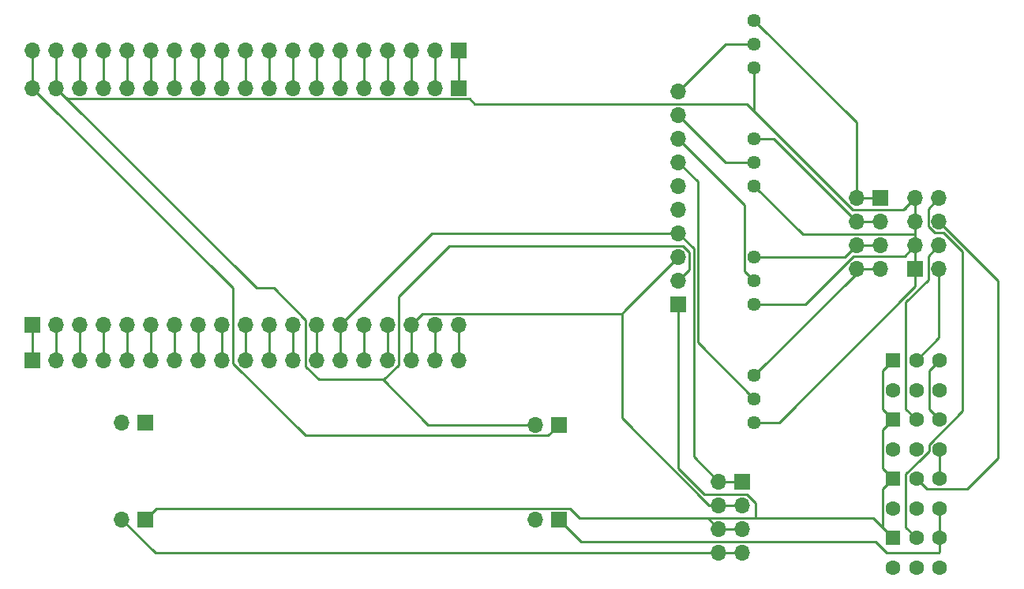
<source format=gbr>
%TF.GenerationSoftware,KiCad,Pcbnew,7.0.2*%
%TF.CreationDate,2023-05-18T09:18:09-03:00*%
%TF.ProjectId,placaSensIC075,706c6163-6153-4656-9e73-49433037352e,rev?*%
%TF.SameCoordinates,Original*%
%TF.FileFunction,Copper,L2,Bot*%
%TF.FilePolarity,Positive*%
%FSLAX46Y46*%
G04 Gerber Fmt 4.6, Leading zero omitted, Abs format (unit mm)*
G04 Created by KiCad (PCBNEW 7.0.2) date 2023-05-18 09:18:09*
%MOMM*%
%LPD*%
G01*
G04 APERTURE LIST*
%TA.AperFunction,ComponentPad*%
%ADD10R,1.700000X1.700000*%
%TD*%
%TA.AperFunction,ComponentPad*%
%ADD11O,1.700000X1.700000*%
%TD*%
%TA.AperFunction,ComponentPad*%
%ADD12R,1.600000X1.600000*%
%TD*%
%TA.AperFunction,ComponentPad*%
%ADD13C,1.600000*%
%TD*%
%TA.AperFunction,ComponentPad*%
%ADD14C,1.440000*%
%TD*%
%TA.AperFunction,Conductor*%
%ADD15C,0.250000*%
%TD*%
G04 APERTURE END LIST*
D10*
%TO.P,J12,1,Pin_1*%
%TO.N,Net-(J12-Pin_1)*%
X90750000Y-92370000D03*
D11*
%TO.P,J12,2,Pin_2*%
%TO.N,Net-(J12-Pin_2)*%
X93290000Y-92370000D03*
%TO.P,J12,3,Pin_3*%
%TO.N,Net-(J12-Pin_3)*%
X95830000Y-92370000D03*
%TO.P,J12,4,Pin_4*%
%TO.N,Net-(J12-Pin_4)*%
X98370000Y-92370000D03*
%TO.P,J12,5,Pin_5*%
%TO.N,Net-(J12-Pin_5)*%
X100910000Y-92370000D03*
%TO.P,J12,6,Pin_6*%
%TO.N,Net-(J12-Pin_6)*%
X103450000Y-92370000D03*
%TO.P,J12,7,Pin_7*%
%TO.N,Net-(J12-Pin_7)*%
X105990000Y-92370000D03*
%TO.P,J12,8,Pin_8*%
%TO.N,Net-(J12-Pin_8)*%
X108530000Y-92370000D03*
%TO.P,J12,9,Pin_9*%
%TO.N,Net-(J12-Pin_9)*%
X111070000Y-92370000D03*
%TO.P,J12,10,Pin_10*%
%TO.N,Net-(J12-Pin_10)*%
X113610000Y-92370000D03*
%TO.P,J12,11,Pin_11*%
%TO.N,Net-(J12-Pin_11)*%
X116150000Y-92370000D03*
%TO.P,J12,12,Pin_12*%
%TO.N,Net-(J12-Pin_12)*%
X118690000Y-92370000D03*
%TO.P,J12,13,Pin_13*%
%TO.N,Net-(J12-Pin_13)*%
X121230000Y-92370000D03*
%TO.P,J12,14,Pin_14*%
%TO.N,Net-(J10-Pin_1)*%
X123770000Y-92370000D03*
%TO.P,J12,15,Pin_15*%
%TO.N,Net-(J12-Pin_15)*%
X126310000Y-92370000D03*
%TO.P,J12,16,Pin_16*%
%TO.N,Net-(J12-Pin_16)*%
X128850000Y-92370000D03*
%TO.P,J12,17,Pin_17*%
%TO.N,Net-(J10-Pin_3)*%
X131390000Y-92370000D03*
%TO.P,J12,18,Pin_18*%
%TO.N,Net-(J12-Pin_18)*%
X133930000Y-92370000D03*
%TO.P,J12,19,Pin_19*%
%TO.N,Net-(J12-Pin_19)*%
X136470000Y-92370000D03*
%TD*%
D10*
%TO.P,J3,1,Pin_1*%
%TO.N,Net-(J10-Pin_7)*%
X185420000Y-82550000D03*
D11*
%TO.P,J3,2,Pin_2*%
%TO.N,Net-(J3-Pin_2)*%
X187960000Y-82550000D03*
%TO.P,J3,3,Pin_3*%
%TO.N,Net-(J10-Pin_7)*%
X185420000Y-80010000D03*
%TO.P,J3,4,Pin_4*%
%TO.N,Net-(J3-Pin_4)*%
X187960000Y-80010000D03*
%TO.P,J3,5,Pin_5*%
%TO.N,Net-(J10-Pin_7)*%
X185420000Y-77470000D03*
%TO.P,J3,6,Pin_6*%
%TO.N,Net-(J3-Pin_6)*%
X187960000Y-77470000D03*
%TO.P,J3,7,Pin_7*%
%TO.N,Net-(J10-Pin_7)*%
X185420000Y-74930000D03*
%TO.P,J3,8,Pin_8*%
%TO.N,Net-(J3-Pin_8)*%
X187960000Y-74930000D03*
%TD*%
D10*
%TO.P,J6,1,Pin_1*%
%TO.N,unconnected-(J6-Pin_1-Pad1)*%
X102870000Y-99060000D03*
D11*
%TO.P,J6,2,Pin_2*%
%TO.N,Net-(J10-Pin_7)*%
X100330000Y-99060000D03*
%TD*%
D12*
%TO.P,SW1,1,A*%
%TO.N,Net-(J10-Pin_5)*%
X183012500Y-92380000D03*
D13*
%TO.P,SW1,2,B*%
%TO.N,Net-(J3-Pin_2)*%
X185512500Y-92380000D03*
%TO.P,SW1,3,C*%
%TO.N,Net-(J9-Pin_1)*%
X188012500Y-92380000D03*
%TO.P,SW1,4*%
%TO.N,N/C*%
X183012500Y-95580000D03*
%TO.P,SW1,5*%
X185512500Y-95580000D03*
%TO.P,SW1,6*%
X188012500Y-95580000D03*
%TD*%
D10*
%TO.P,J4,1,Pin_1*%
%TO.N,Net-(J11-Pin_1)*%
X136450000Y-63140000D03*
D11*
%TO.P,J4,2,Pin_2*%
%TO.N,Net-(J11-Pin_2)*%
X133910000Y-63140000D03*
%TO.P,J4,3,Pin_3*%
%TO.N,Net-(J11-Pin_3)*%
X131370000Y-63140000D03*
%TO.P,J4,4,Pin_4*%
%TO.N,Net-(J11-Pin_4)*%
X128830000Y-63140000D03*
%TO.P,J4,5,Pin_5*%
%TO.N,Net-(J11-Pin_5)*%
X126290000Y-63140000D03*
%TO.P,J4,6,Pin_6*%
%TO.N,Net-(J11-Pin_6)*%
X123750000Y-63140000D03*
%TO.P,J4,7,Pin_7*%
%TO.N,Net-(J11-Pin_7)*%
X121210000Y-63140000D03*
%TO.P,J4,8,Pin_8*%
%TO.N,Net-(J11-Pin_8)*%
X118670000Y-63140000D03*
%TO.P,J4,9,Pin_9*%
%TO.N,Net-(J11-Pin_9)*%
X116130000Y-63140000D03*
%TO.P,J4,10,Pin_10*%
%TO.N,Net-(J11-Pin_10)*%
X113590000Y-63140000D03*
%TO.P,J4,11,Pin_11*%
%TO.N,Net-(J11-Pin_11)*%
X111050000Y-63140000D03*
%TO.P,J4,12,Pin_12*%
%TO.N,Net-(J11-Pin_12)*%
X108510000Y-63140000D03*
%TO.P,J4,13,Pin_13*%
%TO.N,Net-(J11-Pin_13)*%
X105970000Y-63140000D03*
%TO.P,J4,14,Pin_14*%
%TO.N,Net-(J11-Pin_14)*%
X103430000Y-63140000D03*
%TO.P,J4,15,Pin_15*%
%TO.N,Net-(J11-Pin_15)*%
X100890000Y-63140000D03*
%TO.P,J4,16,Pin_16*%
%TO.N,Net-(J11-Pin_16)*%
X98350000Y-63140000D03*
%TO.P,J4,17,Pin_17*%
%TO.N,Net-(J11-Pin_17)*%
X95810000Y-63140000D03*
%TO.P,J4,18,Pin_18*%
%TO.N,Net-(J10-Pin_7)*%
X93270000Y-63140000D03*
%TO.P,J4,19,Pin_19*%
%TO.N,Net-(J11-Pin_19)*%
X90730000Y-63140000D03*
%TD*%
D14*
%TO.P,RV4,1,1*%
%TO.N,Net-(J1-Pin_1)*%
X168148000Y-55880000D03*
%TO.P,RV4,2,2*%
%TO.N,Net-(J2-Pin_10)*%
X168148000Y-58420000D03*
%TO.P,RV4,3,3*%
%TO.N,Net-(J10-Pin_7)*%
X168148000Y-60960000D03*
%TD*%
D12*
%TO.P,SW4,1,A*%
%TO.N,Net-(J10-Pin_5)*%
X183012500Y-111430000D03*
D13*
%TO.P,SW4,2,B*%
%TO.N,Net-(J3-Pin_8)*%
X185512500Y-111430000D03*
%TO.P,SW4,3,C*%
%TO.N,Net-(J9-Pin_1)*%
X188012500Y-111430000D03*
%TO.P,SW4,4*%
%TO.N,N/C*%
X183012500Y-114630000D03*
%TO.P,SW4,5*%
X185512500Y-114630000D03*
%TO.P,SW4,6,C*%
%TO.N,Net-(J9-Pin_1)*%
X188012500Y-114630000D03*
%TD*%
D10*
%TO.P,J10,1,Pin_1*%
%TO.N,Net-(J10-Pin_1)*%
X166878000Y-105410000D03*
D11*
%TO.P,J10,2,Pin_2*%
X164338000Y-105410000D03*
%TO.P,J10,3,Pin_3*%
%TO.N,Net-(J10-Pin_3)*%
X166878000Y-107950000D03*
%TO.P,J10,4,Pin_4*%
X164338000Y-107950000D03*
%TO.P,J10,5,Pin_5*%
%TO.N,Net-(J10-Pin_5)*%
X166878000Y-110490000D03*
%TO.P,J10,6,Pin_6*%
X164338000Y-110490000D03*
%TO.P,J10,7,Pin_7*%
%TO.N,Net-(J10-Pin_7)*%
X166878000Y-113030000D03*
%TO.P,J10,8,Pin_8*%
X164338000Y-113030000D03*
%TD*%
D12*
%TO.P,SW3,1,A*%
%TO.N,Net-(J10-Pin_5)*%
X183012500Y-105080000D03*
D13*
%TO.P,SW3,2,B*%
%TO.N,Net-(J3-Pin_6)*%
X185512500Y-105080000D03*
%TO.P,SW3,3,C*%
%TO.N,Net-(J9-Pin_1)*%
X188012500Y-105080000D03*
%TO.P,SW3,4*%
%TO.N,N/C*%
X183012500Y-108280000D03*
%TO.P,SW3,5*%
X185512500Y-108280000D03*
%TO.P,SW3,6,C*%
%TO.N,Net-(J9-Pin_1)*%
X188012500Y-108280000D03*
%TD*%
D10*
%TO.P,J9,1,Pin_1*%
%TO.N,Net-(J9-Pin_1)*%
X147193000Y-109449000D03*
D11*
%TO.P,J9,2,Pin_2*%
%TO.N,Net-(J10-Pin_7)*%
X144653000Y-109449000D03*
%TD*%
D14*
%TO.P,RV3,1,1*%
%TO.N,Net-(J1-Pin_7)*%
X168148000Y-93980000D03*
%TO.P,RV3,2,2*%
%TO.N,Net-(J2-Pin_7)*%
X168148000Y-96520000D03*
%TO.P,RV3,3,3*%
%TO.N,Net-(J10-Pin_7)*%
X168148000Y-99060000D03*
%TD*%
%TO.P,RV1,1,1*%
%TO.N,Net-(J1-Pin_3)*%
X168148000Y-68580000D03*
%TO.P,RV1,2,2*%
%TO.N,Net-(J2-Pin_9)*%
X168148000Y-71120000D03*
%TO.P,RV1,3,3*%
%TO.N,Net-(J10-Pin_7)*%
X168148000Y-73660000D03*
%TD*%
D12*
%TO.P,SW2,1,A*%
%TO.N,Net-(J10-Pin_5)*%
X183012500Y-98730000D03*
D13*
%TO.P,SW2,2,B*%
%TO.N,Net-(J3-Pin_4)*%
X185512500Y-98730000D03*
%TO.P,SW2,3,C*%
%TO.N,Net-(J9-Pin_1)*%
X188012500Y-98730000D03*
%TO.P,SW2,4*%
%TO.N,N/C*%
X183012500Y-101930000D03*
%TO.P,SW2,5*%
X185512500Y-101930000D03*
%TO.P,SW2,6,C*%
%TO.N,Net-(J9-Pin_1)*%
X188012500Y-101930000D03*
%TD*%
D10*
%TO.P,J2,1,Pin_1*%
%TO.N,Net-(J10-Pin_5)*%
X160020000Y-86360000D03*
D11*
%TO.P,J2,2,Pin_2*%
%TO.N,Net-(J10-Pin_7)*%
X160020000Y-83820000D03*
%TO.P,J2,3,Pin_3*%
%TO.N,Net-(J10-Pin_3)*%
X160020000Y-81280000D03*
%TO.P,J2,4,Pin_4*%
%TO.N,Net-(J10-Pin_1)*%
X160020000Y-78740000D03*
%TO.P,J2,5,Pin_5*%
%TO.N,unconnected-(J2-Pin_5-Pad5)*%
X160020000Y-76200000D03*
%TO.P,J2,6,Pin_6*%
%TO.N,unconnected-(J2-Pin_6-Pad6)*%
X160020000Y-73660000D03*
%TO.P,J2,7,Pin_7*%
%TO.N,Net-(J2-Pin_7)*%
X160020000Y-71120000D03*
%TO.P,J2,8,Pin_8*%
%TO.N,Net-(J2-Pin_8)*%
X160020000Y-68580000D03*
%TO.P,J2,9,Pin_9*%
%TO.N,Net-(J2-Pin_9)*%
X160020000Y-66040000D03*
%TO.P,J2,10,Pin_10*%
%TO.N,Net-(J2-Pin_10)*%
X160020000Y-63500000D03*
%TD*%
D10*
%TO.P,J5,1,Pin_1*%
%TO.N,Net-(J12-Pin_1)*%
X90730000Y-88540000D03*
D11*
%TO.P,J5,2,Pin_2*%
%TO.N,Net-(J12-Pin_2)*%
X93270000Y-88540000D03*
%TO.P,J5,3,Pin_3*%
%TO.N,Net-(J12-Pin_3)*%
X95810000Y-88540000D03*
%TO.P,J5,4,Pin_4*%
%TO.N,Net-(J12-Pin_4)*%
X98350000Y-88540000D03*
%TO.P,J5,5,Pin_5*%
%TO.N,Net-(J12-Pin_5)*%
X100890000Y-88540000D03*
%TO.P,J5,6,Pin_6*%
%TO.N,Net-(J12-Pin_6)*%
X103430000Y-88540000D03*
%TO.P,J5,7,Pin_7*%
%TO.N,Net-(J12-Pin_7)*%
X105970000Y-88540000D03*
%TO.P,J5,8,Pin_8*%
%TO.N,Net-(J12-Pin_8)*%
X108510000Y-88540000D03*
%TO.P,J5,9,Pin_9*%
%TO.N,Net-(J12-Pin_9)*%
X111050000Y-88540000D03*
%TO.P,J5,10,Pin_10*%
%TO.N,Net-(J12-Pin_10)*%
X113590000Y-88540000D03*
%TO.P,J5,11,Pin_11*%
%TO.N,Net-(J12-Pin_11)*%
X116130000Y-88540000D03*
%TO.P,J5,12,Pin_12*%
%TO.N,Net-(J12-Pin_12)*%
X118670000Y-88540000D03*
%TO.P,J5,13,Pin_13*%
%TO.N,Net-(J12-Pin_13)*%
X121210000Y-88540000D03*
%TO.P,J5,14,Pin_14*%
%TO.N,Net-(J10-Pin_1)*%
X123750000Y-88540000D03*
%TO.P,J5,15,Pin_15*%
%TO.N,Net-(J12-Pin_15)*%
X126290000Y-88540000D03*
%TO.P,J5,16,Pin_16*%
%TO.N,Net-(J12-Pin_16)*%
X128830000Y-88540000D03*
%TO.P,J5,17,Pin_17*%
%TO.N,Net-(J10-Pin_3)*%
X131370000Y-88540000D03*
%TO.P,J5,18,Pin_18*%
%TO.N,Net-(J12-Pin_18)*%
X133910000Y-88540000D03*
%TO.P,J5,19,Pin_19*%
%TO.N,Net-(J12-Pin_19)*%
X136450000Y-88540000D03*
%TD*%
D10*
%TO.P,J8,1,Pin_1*%
%TO.N,Net-(J10-Pin_5)*%
X102870000Y-109449000D03*
D11*
%TO.P,J8,2,Pin_2*%
%TO.N,Net-(J10-Pin_7)*%
X100330000Y-109449000D03*
%TD*%
D10*
%TO.P,J1,1,Pin_1*%
%TO.N,Net-(J1-Pin_1)*%
X181630000Y-74930000D03*
D11*
%TO.P,J1,2,Pin_2*%
X179090000Y-74930000D03*
%TO.P,J1,3,Pin_3*%
%TO.N,Net-(J1-Pin_3)*%
X181630000Y-77470000D03*
%TO.P,J1,4,Pin_4*%
X179090000Y-77470000D03*
%TO.P,J1,5,Pin_5*%
%TO.N,Net-(J1-Pin_5)*%
X181630000Y-80010000D03*
%TO.P,J1,6,Pin_6*%
X179090000Y-80010000D03*
%TO.P,J1,7,Pin_7*%
%TO.N,Net-(J1-Pin_7)*%
X181630000Y-82550000D03*
%TO.P,J1,8,Pin_8*%
X179090000Y-82550000D03*
%TD*%
D14*
%TO.P,RV2,1,1*%
%TO.N,Net-(J1-Pin_5)*%
X168148000Y-81280000D03*
%TO.P,RV2,2,2*%
%TO.N,Net-(J2-Pin_8)*%
X168148000Y-83820000D03*
%TO.P,RV2,3,3*%
%TO.N,Net-(J10-Pin_7)*%
X168148000Y-86360000D03*
%TD*%
D10*
%TO.P,J7,1,Pin_1*%
%TO.N,Net-(J11-Pin_19)*%
X147193000Y-99289000D03*
D11*
%TO.P,J7,2,Pin_2*%
%TO.N,Net-(J10-Pin_7)*%
X144653000Y-99289000D03*
%TD*%
D10*
%TO.P,J11,1,Pin_1*%
%TO.N,Net-(J11-Pin_1)*%
X136440000Y-59130000D03*
D11*
%TO.P,J11,2,Pin_2*%
%TO.N,Net-(J11-Pin_2)*%
X133900000Y-59130000D03*
%TO.P,J11,3,Pin_3*%
%TO.N,Net-(J11-Pin_3)*%
X131360000Y-59130000D03*
%TO.P,J11,4,Pin_4*%
%TO.N,Net-(J11-Pin_4)*%
X128820000Y-59130000D03*
%TO.P,J11,5,Pin_5*%
%TO.N,Net-(J11-Pin_5)*%
X126280000Y-59130000D03*
%TO.P,J11,6,Pin_6*%
%TO.N,Net-(J11-Pin_6)*%
X123740000Y-59130000D03*
%TO.P,J11,7,Pin_7*%
%TO.N,Net-(J11-Pin_7)*%
X121200000Y-59130000D03*
%TO.P,J11,8,Pin_8*%
%TO.N,Net-(J11-Pin_8)*%
X118660000Y-59130000D03*
%TO.P,J11,9,Pin_9*%
%TO.N,Net-(J11-Pin_9)*%
X116120000Y-59130000D03*
%TO.P,J11,10,Pin_10*%
%TO.N,Net-(J11-Pin_10)*%
X113580000Y-59130000D03*
%TO.P,J11,11,Pin_11*%
%TO.N,Net-(J11-Pin_11)*%
X111040000Y-59130000D03*
%TO.P,J11,12,Pin_12*%
%TO.N,Net-(J11-Pin_12)*%
X108500000Y-59130000D03*
%TO.P,J11,13,Pin_13*%
%TO.N,Net-(J11-Pin_13)*%
X105960000Y-59130000D03*
%TO.P,J11,14,Pin_14*%
%TO.N,Net-(J11-Pin_14)*%
X103420000Y-59130000D03*
%TO.P,J11,15,Pin_15*%
%TO.N,Net-(J11-Pin_15)*%
X100880000Y-59130000D03*
%TO.P,J11,16,Pin_16*%
%TO.N,Net-(J11-Pin_16)*%
X98340000Y-59130000D03*
%TO.P,J11,17,Pin_17*%
%TO.N,Net-(J11-Pin_17)*%
X95800000Y-59130000D03*
%TO.P,J11,18,Pin_18*%
%TO.N,Net-(J10-Pin_7)*%
X93260000Y-59130000D03*
%TO.P,J11,19,Pin_19*%
%TO.N,Net-(J11-Pin_19)*%
X90720000Y-59130000D03*
%TD*%
D15*
%TO.N,Net-(J2-Pin_8)*%
X167103000Y-82775000D02*
X167103000Y-75663000D01*
X168148000Y-83820000D02*
X167103000Y-82775000D01*
X167103000Y-75663000D02*
X160020000Y-68580000D01*
%TO.N,Net-(J10-Pin_7)*%
X178698299Y-76200000D02*
X168148000Y-65649701D01*
X168148000Y-65540000D02*
X168148000Y-65649701D01*
X168148000Y-60960000D02*
X168148000Y-65540000D01*
X184150000Y-76200000D02*
X178698299Y-76200000D01*
%TO.N,Net-(J11-Pin_2)*%
X133900000Y-63130000D02*
X133910000Y-63140000D01*
X133900000Y-59130000D02*
X133900000Y-63130000D01*
%TO.N,Net-(J10-Pin_7)*%
X161195000Y-82645000D02*
X160020000Y-83820000D01*
X161195000Y-80793299D02*
X161195000Y-82645000D01*
X130005000Y-85513299D02*
X135413298Y-80105000D01*
X130025000Y-92856701D02*
X130025000Y-89925000D01*
X128430850Y-94450851D02*
X130025000Y-92856701D01*
X130005000Y-89905000D02*
X130005000Y-85513299D01*
X135413298Y-80105000D02*
X160506701Y-80105000D01*
X128290000Y-94450851D02*
X128430850Y-94450851D01*
X130025000Y-89925000D02*
X130005000Y-89905000D01*
X160506701Y-80105000D02*
X161195000Y-80793299D01*
%TO.N,Net-(J1-Pin_1)*%
X168148000Y-55880000D02*
X179090000Y-66822000D01*
X179090000Y-66822000D02*
X179090000Y-74930000D01*
X179090000Y-74930000D02*
X181630000Y-74930000D01*
%TO.N,Net-(J3-Pin_2)*%
X185512500Y-92380000D02*
X187960000Y-89932500D01*
X187960000Y-89932500D02*
X187960000Y-82550000D01*
%TO.N,Net-(J10-Pin_3)*%
X163311989Y-107950000D02*
X153935000Y-98573011D01*
X166878000Y-107950000D02*
X164338000Y-107950000D01*
X131390000Y-88560000D02*
X131370000Y-88540000D01*
X131370000Y-88540000D02*
X132545000Y-87365000D01*
X153260000Y-87365000D02*
X153935000Y-87365000D01*
X153935000Y-87365000D02*
X154300000Y-87000000D01*
X164338000Y-107950000D02*
X163311989Y-107950000D01*
X154300000Y-87000000D02*
X160020000Y-81280000D01*
X153935000Y-98573011D02*
X153935000Y-87365000D01*
X131390000Y-92370000D02*
X131390000Y-88560000D01*
X132545000Y-87365000D02*
X153260000Y-87365000D01*
%TO.N,Net-(J10-Pin_1)*%
X133620000Y-78740000D02*
X160020000Y-78740000D01*
X161645000Y-80365000D02*
X160020000Y-78740000D01*
X133550000Y-78740000D02*
X133620000Y-78740000D01*
X161645000Y-102717000D02*
X161645000Y-80365000D01*
X164338000Y-105410000D02*
X161645000Y-102717000D01*
X123770000Y-88560000D02*
X123750000Y-88540000D01*
X123750000Y-88540000D02*
X133550000Y-78740000D01*
X166878000Y-105410000D02*
X164338000Y-105410000D01*
X123770000Y-92370000D02*
X123770000Y-88560000D01*
%TO.N,Net-(J10-Pin_5)*%
X183012500Y-105080000D02*
X181887500Y-103955000D01*
X181887500Y-110305000D02*
X181887500Y-106205000D01*
X181887500Y-97605000D02*
X181887500Y-93505000D01*
X163830000Y-109315000D02*
X168275000Y-109315000D01*
X149409000Y-109315000D02*
X162560000Y-109315000D01*
X104045000Y-108274000D02*
X148368000Y-108274000D01*
X181887500Y-103955000D02*
X181887500Y-99855000D01*
X168275000Y-107685299D02*
X168275000Y-109315000D01*
X180897500Y-109315000D02*
X183012500Y-111430000D01*
X162560000Y-109315000D02*
X163830000Y-109315000D01*
X181887500Y-99855000D02*
X183012500Y-98730000D01*
X181887500Y-93505000D02*
X183012500Y-92380000D01*
X183012500Y-111430000D02*
X181887500Y-110305000D01*
X164338000Y-110490000D02*
X163163000Y-109315000D01*
X102870000Y-109449000D02*
X104045000Y-108274000D01*
X166878000Y-110490000D02*
X164338000Y-110490000D01*
X160020000Y-86360000D02*
X160020000Y-104022321D01*
X163163000Y-109315000D02*
X162560000Y-109315000D01*
X148368000Y-108274000D02*
X149409000Y-109315000D01*
X181887500Y-106205000D02*
X183012500Y-105080000D01*
X162772679Y-106775000D02*
X167364701Y-106775000D01*
X168275000Y-109315000D02*
X180897500Y-109315000D01*
X167364701Y-106775000D02*
X168275000Y-107685299D01*
X160020000Y-104022321D02*
X162772679Y-106775000D01*
X183012500Y-98730000D02*
X181887500Y-97605000D01*
%TO.N,Net-(J1-Pin_3)*%
X168148000Y-68580000D02*
X170200000Y-68580000D01*
X179090000Y-77470000D02*
X181630000Y-77470000D01*
X170200000Y-68580000D02*
X179090000Y-77470000D01*
%TO.N,Net-(J1-Pin_5)*%
X180292081Y-80010000D02*
X181630000Y-80010000D01*
X177820000Y-81280000D02*
X179090000Y-80010000D01*
X168148000Y-81280000D02*
X177820000Y-81280000D01*
X179090000Y-80010000D02*
X180292081Y-80010000D01*
%TO.N,Net-(J1-Pin_7)*%
X168148000Y-93980000D02*
X179090000Y-83038000D01*
X179090000Y-82550000D02*
X181630000Y-82550000D01*
X179090000Y-83038000D02*
X179090000Y-82550000D01*
%TO.N,Net-(J2-Pin_7)*%
X162094501Y-73194501D02*
X162094501Y-90466501D01*
X160020000Y-71120000D02*
X162094501Y-73194501D01*
X162094501Y-90466501D02*
X168148000Y-96520000D01*
%TO.N,Net-(J2-Pin_9)*%
X165100000Y-71120000D02*
X160020000Y-66040000D01*
X165100000Y-71120000D02*
X168148000Y-71120000D01*
%TO.N,Net-(J2-Pin_10)*%
X168148000Y-58420000D02*
X165100000Y-58420000D01*
X165100000Y-58420000D02*
X160020000Y-63500000D01*
%TO.N,Net-(J3-Pin_4)*%
X186785000Y-83725706D02*
X186785000Y-81185000D01*
X184387500Y-86123206D02*
X186785000Y-83725706D01*
X184387500Y-97605000D02*
X184387500Y-86123206D01*
X185512500Y-98730000D02*
X184387500Y-97605000D01*
X186785000Y-81185000D02*
X187960000Y-80010000D01*
%TO.N,Net-(J3-Pin_6)*%
X194310000Y-102870000D02*
X194310000Y-83820000D01*
X185512500Y-105080000D02*
X186637500Y-106205000D01*
X186637500Y-106205000D02*
X190975000Y-106205000D01*
X194310000Y-83820000D02*
X187960000Y-77470000D01*
X190975000Y-106205000D02*
X194310000Y-102870000D01*
%TO.N,Net-(J3-Pin_8)*%
X185512500Y-111430000D02*
X184387500Y-110305000D01*
X186887500Y-102145991D02*
X186887500Y-101445991D01*
X190500000Y-80698299D02*
X188446701Y-78645000D01*
X184387500Y-104614009D02*
X185946509Y-103055000D01*
X187473299Y-78645000D02*
X186785000Y-77956701D01*
X185946509Y-103055000D02*
X185978491Y-103055000D01*
X190500000Y-97833491D02*
X190500000Y-80698299D01*
X186785000Y-77956701D02*
X186785000Y-76105000D01*
X186785000Y-76105000D02*
X187960000Y-74930000D01*
X185978491Y-103055000D02*
X186887500Y-102145991D01*
X184387500Y-110305000D02*
X184387500Y-104614009D01*
X186887500Y-101445991D02*
X190500000Y-97833491D01*
X188446701Y-78645000D02*
X187473299Y-78645000D01*
%TO.N,Net-(J9-Pin_1)*%
X188012500Y-111430000D02*
X188012500Y-108280000D01*
X149599000Y-111855000D02*
X147193000Y-109449000D01*
X188012500Y-98730000D02*
X186887500Y-97605000D01*
X182362500Y-113030000D02*
X181187500Y-111855000D01*
X186887500Y-93505000D02*
X188012500Y-92380000D01*
X188012500Y-111430000D02*
X188012500Y-112977500D01*
X186887500Y-97605000D02*
X186887500Y-93505000D01*
X187960000Y-113030000D02*
X182362500Y-113030000D01*
X188012500Y-112977500D02*
X187960000Y-113030000D01*
X188012500Y-105080000D02*
X188012500Y-101930000D01*
X181187500Y-111855000D02*
X149599000Y-111855000D01*
%TO.N,Net-(J10-Pin_7)*%
X167363299Y-64865000D02*
X138175000Y-64865000D01*
X120035000Y-88053299D02*
X116616701Y-84635000D01*
X184245000Y-81185000D02*
X178793299Y-81185000D01*
X93260000Y-63130000D02*
X93270000Y-63140000D01*
X121459150Y-94450851D02*
X120035000Y-93026701D01*
X164338000Y-113030000D02*
X103911000Y-113030000D01*
X168148000Y-65649701D02*
X167363299Y-64865000D01*
X185420000Y-82550000D02*
X185420000Y-84454310D01*
X94445000Y-64315000D02*
X93270000Y-63140000D01*
X93260000Y-58920000D02*
X93260000Y-63130000D01*
X144653000Y-99289000D02*
X133128149Y-99289000D01*
X138175000Y-64865000D02*
X137625000Y-64315000D01*
X185420000Y-74930000D02*
X185420000Y-77470000D01*
X185420000Y-77470000D02*
X185420000Y-80010000D01*
X185420000Y-74930000D02*
X184245000Y-76105000D01*
X185420000Y-78672081D02*
X185257081Y-78835000D01*
X114765000Y-84635000D02*
X93270000Y-63140000D01*
X116616701Y-84635000D02*
X114765000Y-84635000D01*
X173618299Y-86360000D02*
X168148000Y-86360000D01*
X170814310Y-99060000D02*
X168148000Y-99060000D01*
X178793299Y-81185000D02*
X173618299Y-86360000D01*
X185420000Y-74930000D02*
X184150000Y-76200000D01*
X103911000Y-113030000D02*
X100330000Y-109449000D01*
X137625000Y-64315000D02*
X94445000Y-64315000D01*
X133128149Y-99289000D02*
X128290000Y-94450851D01*
X168148000Y-73660000D02*
X173323000Y-78835000D01*
X166878000Y-113030000D02*
X164338000Y-113030000D01*
X125459149Y-94450851D02*
X121459150Y-94450851D01*
X185420000Y-80010000D02*
X185420000Y-82550000D01*
X125459149Y-94450851D02*
X128290000Y-94450851D01*
X120035000Y-93026701D02*
X120035000Y-88053299D01*
X185420000Y-77470000D02*
X185420000Y-78672081D01*
X185257081Y-78835000D02*
X173323000Y-78835000D01*
X185420000Y-80010000D02*
X184245000Y-81185000D01*
X185420000Y-84454310D02*
X170814310Y-99060000D01*
%TO.N,Net-(J11-Pin_19)*%
X112245000Y-92715000D02*
X119994000Y-100464000D01*
X119994000Y-100464000D02*
X146018000Y-100464000D01*
X90730000Y-63140000D02*
X112225000Y-84635000D01*
X112245000Y-91005000D02*
X112245000Y-92715000D01*
X146018000Y-100464000D02*
X147193000Y-99289000D01*
X90720000Y-63130000D02*
X90730000Y-63140000D01*
X112225000Y-90985000D02*
X112245000Y-91005000D01*
X112225000Y-84635000D02*
X112225000Y-90985000D01*
X90720000Y-58920000D02*
X90720000Y-63130000D01*
%TO.N,Net-(J11-Pin_17)*%
X95800000Y-58920000D02*
X95800000Y-63130000D01*
X95800000Y-63130000D02*
X95810000Y-63140000D01*
%TO.N,Net-(J11-Pin_16)*%
X98340000Y-63130000D02*
X98350000Y-63140000D01*
X98340000Y-58920000D02*
X98340000Y-63130000D01*
%TO.N,Net-(J11-Pin_15)*%
X100880000Y-58920000D02*
X100880000Y-63130000D01*
X100880000Y-63130000D02*
X100890000Y-63140000D01*
%TO.N,Net-(J11-Pin_14)*%
X103420000Y-63130000D02*
X103430000Y-63140000D01*
X103420000Y-58920000D02*
X103420000Y-63130000D01*
%TO.N,Net-(J11-Pin_13)*%
X105960000Y-58920000D02*
X105960000Y-63130000D01*
X105960000Y-63130000D02*
X105970000Y-63140000D01*
%TO.N,Net-(J11-Pin_12)*%
X108500000Y-63130000D02*
X108510000Y-63140000D01*
X108500000Y-58920000D02*
X108500000Y-63130000D01*
%TO.N,Net-(J11-Pin_11)*%
X111040000Y-58920000D02*
X111040000Y-63130000D01*
X111040000Y-63130000D02*
X111050000Y-63140000D01*
%TO.N,Net-(J11-Pin_10)*%
X113580000Y-58920000D02*
X113580000Y-63130000D01*
X113580000Y-63130000D02*
X113590000Y-63140000D01*
%TO.N,Net-(J11-Pin_9)*%
X116120000Y-58920000D02*
X116120000Y-63130000D01*
X116120000Y-63130000D02*
X116130000Y-63140000D01*
%TO.N,Net-(J11-Pin_8)*%
X118660000Y-58920000D02*
X118660000Y-63130000D01*
X118660000Y-63130000D02*
X118670000Y-63140000D01*
%TO.N,Net-(J11-Pin_7)*%
X121200000Y-58920000D02*
X121200000Y-63130000D01*
X121200000Y-63130000D02*
X121210000Y-63140000D01*
%TO.N,Net-(J11-Pin_6)*%
X123740000Y-58920000D02*
X123740000Y-63130000D01*
X123740000Y-63130000D02*
X123750000Y-63140000D01*
%TO.N,Net-(J11-Pin_5)*%
X126280000Y-63130000D02*
X126290000Y-63140000D01*
X126280000Y-58920000D02*
X126280000Y-63130000D01*
%TO.N,Net-(J11-Pin_4)*%
X128820000Y-63130000D02*
X128830000Y-63140000D01*
X128820000Y-58920000D02*
X128820000Y-63130000D01*
%TO.N,Net-(J11-Pin_3)*%
X131360000Y-58920000D02*
X131360000Y-63130000D01*
X131360000Y-63130000D02*
X131370000Y-63140000D01*
%TO.N,Net-(J11-Pin_1)*%
X136440000Y-63130000D02*
X136450000Y-63140000D01*
X136440000Y-58920000D02*
X136440000Y-63130000D01*
%TO.N,Net-(J12-Pin_1)*%
X90750000Y-88560000D02*
X90730000Y-88540000D01*
X90750000Y-92370000D02*
X90750000Y-88560000D01*
%TO.N,Net-(J12-Pin_2)*%
X93290000Y-92370000D02*
X93290000Y-88560000D01*
X93290000Y-88560000D02*
X93270000Y-88540000D01*
%TO.N,Net-(J12-Pin_3)*%
X95830000Y-92370000D02*
X95830000Y-88560000D01*
X95830000Y-88560000D02*
X95810000Y-88540000D01*
%TO.N,Net-(J12-Pin_4)*%
X98350000Y-88540000D02*
X98350000Y-92350000D01*
X98350000Y-92350000D02*
X98370000Y-92370000D01*
%TO.N,Net-(J12-Pin_5)*%
X100890000Y-92350000D02*
X100910000Y-92370000D01*
X100890000Y-88540000D02*
X100890000Y-92350000D01*
%TO.N,Net-(J12-Pin_6)*%
X103430000Y-88540000D02*
X103430000Y-92350000D01*
X103430000Y-92350000D02*
X103450000Y-92370000D01*
%TO.N,Net-(J12-Pin_7)*%
X105970000Y-88540000D02*
X105970000Y-92350000D01*
X105970000Y-92350000D02*
X105990000Y-92370000D01*
%TO.N,Net-(J12-Pin_8)*%
X108510000Y-92350000D02*
X108530000Y-92370000D01*
X108510000Y-88540000D02*
X108510000Y-92350000D01*
%TO.N,Net-(J12-Pin_9)*%
X111050000Y-88540000D02*
X111050000Y-92350000D01*
X111050000Y-92350000D02*
X111070000Y-92370000D01*
%TO.N,Net-(J12-Pin_10)*%
X113610000Y-92370000D02*
X113610000Y-88560000D01*
X113610000Y-88560000D02*
X113590000Y-88540000D01*
%TO.N,Net-(J12-Pin_11)*%
X116150000Y-92370000D02*
X116150000Y-88560000D01*
X116150000Y-88560000D02*
X116130000Y-88540000D01*
%TO.N,Net-(J12-Pin_12)*%
X118690000Y-88560000D02*
X118670000Y-88540000D01*
X118690000Y-92370000D02*
X118690000Y-88560000D01*
%TO.N,Net-(J12-Pin_13)*%
X121230000Y-88560000D02*
X121210000Y-88540000D01*
X121230000Y-92370000D02*
X121230000Y-88560000D01*
%TO.N,Net-(J12-Pin_15)*%
X126310000Y-92370000D02*
X126310000Y-88560000D01*
X126310000Y-88560000D02*
X126290000Y-88540000D01*
%TO.N,Net-(J12-Pin_16)*%
X128850000Y-92370000D02*
X128850000Y-88560000D01*
X128850000Y-88560000D02*
X128830000Y-88540000D01*
%TO.N,Net-(J12-Pin_18)*%
X133930000Y-92370000D02*
X133930000Y-88560000D01*
X133930000Y-88560000D02*
X133910000Y-88540000D01*
%TO.N,Net-(J12-Pin_19)*%
X136470000Y-92370000D02*
X136470000Y-88560000D01*
X136470000Y-88560000D02*
X136450000Y-88540000D01*
%TD*%
M02*

</source>
